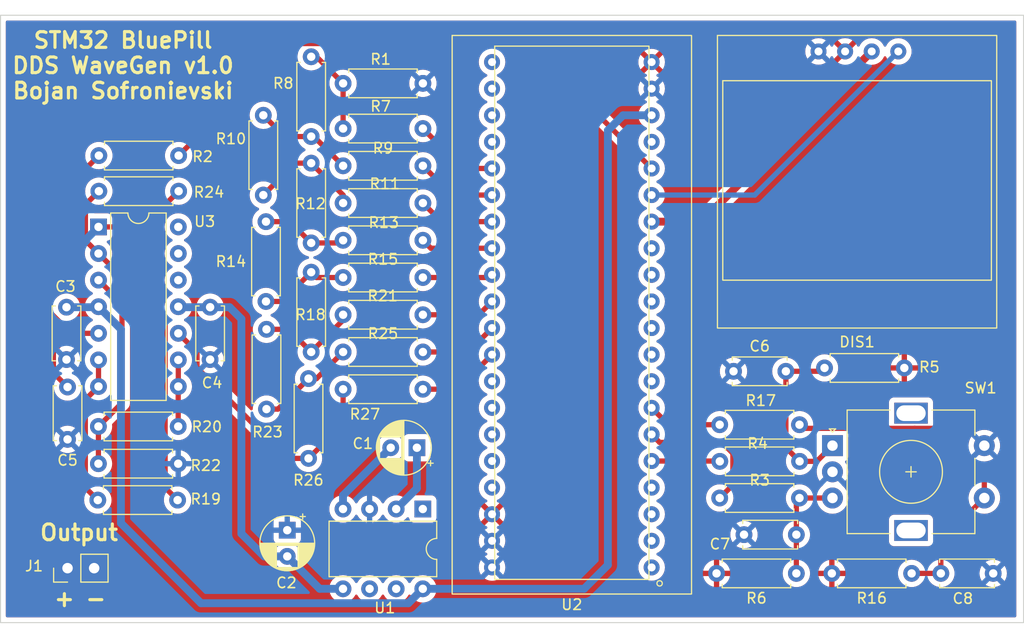
<source format=kicad_pcb>
(kicad_pcb (version 20211014) (generator pcbnew)
  (layers (0 "F.Cu" signal) (31 "B.Cu" signal) (34 "B.Paste" user) (35 "F.Paste" user) (36 "B.SilkS" user "B.Silkscreen") (37 "F.SilkS" user "F.Silkscreen") (38 "B.Mask" user) (39 "F.Mask" user) (44 "Edge.Cuts" user))
  (net 0 "")
  (net 1 "Net-(C1-Pad1)")
  (net 2 "Net-(C1-Pad2)")
  (net 3 "GND")
  (net 4 "-5V")
  (net 5 "+5V")
  (net 6 "Net-(C5-Pad2)")
  (net 7 "Net-(C6-Pad1)")
  (net 8 "Net-(C7-Pad1)")
  (net 9 "Net-(C8-Pad1)")
  (net 10 "+3V3")
  (net 11 "SCL")
  (net 12 "SDA")
  (net 13 "Net-(R1-Pad2)")
  (net 14 "PWM_OFFSET")
  (net 15 "ENC_DATA")
  (net 16 "ENC_CLK")
  (net 17 "B0")
  (net 18 "Net-(R10-Pad2)")
  (net 19 "B1")
  (net 20 "Net-(R10-Pad1)")
  (net 21 "B2")
  (net 22 "Net-(R12-Pad1)")
  (net 23 "B3")
  (net 24 "Net-(R14-Pad1)")
  (net 25 "B4")
  (net 26 "ENC_BTN")
  (net 27 "Net-(R18-Pad1)")
  (net 28 "Net-(R19-Pad1)")
  (net 29 "Net-(R19-Pad2)")
  (net 30 "Net-(R20-Pad1)")
  (net 31 "Net-(R20-Pad2)")
  (net 32 "B5")
  (net 33 "Net-(R23-Pad1)")
  (net 34 "DAC_Out")
  (net 35 "B6")
  (net 36 "Ladder_Out")
  (net 37 "B7")
  (footprint "Resistor_THT:R_Axial_DIN0207_L6.3mm_D2.5mm_P7.62mm_Horizontal" (layer "F.Cu") (at 148.336 79.502 180)
    (fp_text reference "R1" (at 4.036 2.302) (layer "F.SilkS"))
    (fp_text value "20k")
    (pad "1" thru_hole circle (at 0 0 180) (size 1.6 1.6) (drill 0.8) (layers *.Cu *.Mask) (net 3 "GND"))
    (pad "2" thru_hole oval (at 7.62 0 180) (size 1.6 1.6) (drill 0.8) (layers *.Cu *.Mask) (net 13 "Net-(R1-Pad2)"))
  )
  (footprint "Resistor_THT:R_Axial_DIN0207_L6.3mm_D2.5mm_P7.62mm_Horizontal" (layer "F.Cu") (at 133.096 90.17 90)
    (fp_text reference "R10" (at 5.37 -3.096 180) (layer "F.SilkS"))
    (fp_text value "10k")
    (pad "1" thru_hole circle (at 0 0 90) (size 1.6 1.6) (drill 0.8) (layers *.Cu *.Mask) (net 20 "Net-(R10-Pad1)"))
    (pad "2" thru_hole oval (at 7.62 0 90) (size 1.6 1.6) (drill 0.8) (layers *.Cu *.Mask) (net 18 "Net-(R10-Pad2)"))
  )
  (footprint "Resistor_THT:R_Axial_DIN0207_L6.3mm_D2.5mm_P7.62mm_Horizontal" (layer "F.Cu") (at 137.668 94.742 90)
    (fp_text reference "R12" (at 3.742 -0.068 180) (layer "F.SilkS"))
    (fp_text value "10k")
    (pad "1" thru_hole circle (at 0 0 90) (size 1.6 1.6) (drill 0.8) (layers *.Cu *.Mask) (net 22 "Net-(R12-Pad1)"))
    (pad "2" thru_hole oval (at 7.62 0 90) (size 1.6 1.6) (drill 0.8) (layers *.Cu *.Mask) (net 20 "Net-(R10-Pad1)"))
  )
  (footprint "Capacitor_THT:C_Disc_D5.0mm_W2.5mm_P5.00mm" (layer "F.Cu") (at 184 122.6 180)
    (fp_text reference "C7" (at 7.3 -0.9) (layer "F.SilkS"))
    (fp_text value "100n")
    (pad "1" thru_hole circle (at 0 0 180) (size 1.6 1.6) (drill 0.8) (layers *.Cu *.Mask) (net 8 "Net-(C7-Pad1)"))
    (pad "2" thru_hole circle (at 5 0 180) (size 1.6 1.6) (drill 0.8) (layers *.Cu *.Mask) (net 3 "GND"))
  )
  (footprint "Resistor_THT:R_Axial_DIN0207_L6.3mm_D2.5mm_P7.62mm_Horizontal" (layer "F.Cu") (at 140.716 105.156)
    (fp_text reference "R25" (at 3.81 -1.756) (layer "F.SilkS"))
    (fp_text value "20k")
    (pad "1" thru_hole circle (at 0 0) (size 1.6 1.6) (drill 0.8) (layers *.Cu *.Mask) (net 33 "Net-(R23-Pad1)"))
    (pad "2" thru_hole oval (at 7.62 0) (size 1.6 1.6) (drill 0.8) (layers *.Cu *.Mask) (net 35 "B6"))
  )
  (footprint "Capacitor_THT:C_Disc_D5.0mm_W2.5mm_P5.00mm" (layer "F.Cu") (at 114.4 113.5 90)
    (fp_text reference "C5" (at -2 0 180) (layer "F.SilkS"))
    (fp_text value "100n")
    (pad "1" thru_hole circle (at 0 0 90) (size 1.6 1.6) (drill 0.8) (layers *.Cu *.Mask) (net 3 "GND"))
    (pad "2" thru_hole circle (at 5 0 90) (size 1.6 1.6) (drill 0.8) (layers *.Cu *.Mask) (net 6 "Net-(C5-Pad2)"))
  )
  (footprint "Resistor_THT:R_Axial_DIN0207_L6.3mm_D2.5mm_P7.62mm_Horizontal" (layer "F.Cu") (at 124.91 119.3 180)
    (fp_text reference "R19" (at -2.69 0.1) (layer "F.SilkS"))
    (fp_text value "10k")
    (pad "1" thru_hole circle (at 0 0 180) (size 1.6 1.6) (drill 0.8) (layers *.Cu *.Mask) (net 28 "Net-(R19-Pad1)"))
    (pad "2" thru_hole oval (at 7.62 0 180) (size 1.6 1.6) (drill 0.8) (layers *.Cu *.Mask) (net 29 "Net-(R19-Pad2)"))
  )
  (footprint "oled-displays:OLED-SSD1306-128x64" (layer "F.Cu") (at 189.8 88.9)
    (fp_text reference "DIS1" (at 0 15.3 unlocked) (layer "F.SilkS"))
    (fp_text value "OLED_SSD1306_128x64")
    (pad "1" thru_hole circle (at -3.683 -12.446) (size 1.524 1.524) (drill 0.762) (layers *.Cu *.Mask) (net 3 "GND"))
    (pad "2" thru_hole circle (at -1.143 -12.446) (size 1.524 1.524) (drill 0.762) (layers *.Cu *.Mask) (net 10 "+3V3"))
    (pad "3" thru_hole circle (at 1.397 -12.446) (size 1.524 1.524) (drill 0.762) (layers *.Cu *.Mask) (net 11 "SCL"))
    (pad "4" thru_hole circle (at 3.937 -12.446) (size 1.524 1.524) (drill 0.762) (layers *.Cu *.Mask) (net 12 "SDA"))
  )
  (footprint "Resistor_THT:R_Axial_DIN0207_L6.3mm_D2.5mm_P7.62mm_Horizontal" (layer "F.Cu") (at 148.336 94.488 180)
    (fp_text reference "R13" (at 3.736 1.688) (layer "F.SilkS"))
    (fp_text value "20k")
    (pad "1" thru_hole circle (at 0 0 180) (size 1.6 1.6) (drill 0.8) (layers *.Cu *.Mask) (net 23 "B3"))
    (pad "2" thru_hole oval (at 7.62 0 180) (size 1.6 1.6) (drill 0.8) (layers *.Cu *.Mask) (net 22 "Net-(R12-Pad1)"))
  )
  (footprint "Capacitor_THT:C_Disc_D5.0mm_W2.5mm_P5.00mm" (layer "F.Cu") (at 197.8 126.3)
    (fp_text reference "C8" (at 2.1 2.4) (layer "F.SilkS"))
    (fp_text value "100n")
    (pad "1" thru_hole circle (at 0 0) (size 1.6 1.6) (drill 0.8) (layers *.Cu *.Mask) (net 9 "Net-(C8-Pad1)"))
    (pad "2" thru_hole circle (at 5 0) (size 1.6 1.6) (drill 0.8) (layers *.Cu *.Mask) (net 3 "GND"))
  )
  (footprint "Resistor_THT:R_Axial_DIN0207_L6.3mm_D2.5mm_P7.62mm_Horizontal" (layer "F.Cu") (at 133.4 110.61 90)
    (fp_text reference "R23" (at -2.19 0.1 180) (layer "F.SilkS"))
    (fp_text value "10k")
    (pad "1" thru_hole circle (at 0 0 90) (size 1.6 1.6) (drill 0.8) (layers *.Cu *.Mask) (net 33 "Net-(R23-Pad1)"))
    (pad "2" thru_hole oval (at 7.62 0 90) (size 1.6 1.6) (drill 0.8) (layers *.Cu *.Mask) (net 27 "Net-(R18-Pad1)"))
  )
  (footprint "Capacitor_THT:C_Disc_D5.0mm_W2.5mm_P5.00mm" (layer "F.Cu") (at 183 107 180)
    (fp_text reference "C6" (at 2.5 2.4) (layer "F.SilkS"))
    (fp_text value "100n")
    (pad "1" thru_hole circle (at 0 0 180) (size 1.6 1.6) (drill 0.8) (layers *.Cu *.Mask) (net 7 "Net-(C6-Pad1)"))
    (pad "2" thru_hole circle (at 5 0 180) (size 1.6 1.6) (drill 0.8) (layers *.Cu *.Mask) (net 3 "GND"))
  )
  (footprint "Resistor_THT:R_Axial_DIN0207_L6.3mm_D2.5mm_P7.62mm_Horizontal" (layer "F.Cu") (at 125.01 86.4 180)
    (fp_text reference "R2" (at -2.29 -0.1) (layer "F.SilkS"))
    (fp_text value "10k")
    (pad "1" thru_hole circle (at 0 0 180) (size 1.6 1.6) (drill 0.8) (layers *.Cu *.Mask) (net 14 "PWM_OFFSET"))
    (pad "2" thru_hole oval (at 7.62 0 180) (size 1.6 1.6) (drill 0.8) (layers *.Cu *.Mask) (net 6 "Net-(C5-Pad2)"))
  )
  (footprint "Resistor_THT:R_Axial_DIN0207_L6.3mm_D2.5mm_P7.62mm_Horizontal" (layer "F.Cu") (at 176.68 112.1)
    (fp_text reference "R17" (at 3.92 -2.3) (layer "F.SilkS"))
    (fp_text value "10k")
    (pad "1" thru_hole circle (at 0 0) (size 1.6 1.6) (drill 0.8) (layers *.Cu *.Mask) (net 26 "ENC_BTN"))
    (pad "2" thru_hole oval (at 7.62 0) (size 1.6 1.6) (drill 0.8) (layers *.Cu *.Mask) (net 9 "Net-(C8-Pad1)"))
  )
  (footprint "Capacitor_THT:C_Disc_D5.0mm_W2.5mm_P5.00mm" (layer "F.Cu") (at 128.016 100.878 -90)
    (fp_text reference "C4" (at 7.222 -0.184 180) (layer "F.SilkS"))
    (fp_text value "100n")
    (pad "1" thru_hole circle (at 0 0 270) (size 1.6 1.6) (drill 0.8) (layers *.Cu *.Mask) (net 4 "-5V"))
    (pad "2" thru_hole circle (at 5 0 270) (size 1.6 1.6) (drill 0.8) (layers *.Cu *.Mask) (net 3 "GND"))
  )
  (footprint "Package_DIP:DIP-8_W7.62mm" (layer "F.Cu") (at 148.326 120.152 -90)
    (fp_text reference "U1" (at 9.448 3.626 180) (layer "F.SilkS"))
    (fp_text value "ICL7660")
    (pad "1" thru_hole rect (at 0 0 270) (size 1.6 1.6) (drill 0.8) (layers *.Cu *.Mask))
    (pad "2" thru_hole oval (at 0 2.54 270) (size 1.6 1.6) (drill 0.8) (layers *.Cu *.Mask) (net 1 "Net-(C1-Pad1)"))
    (pad "3" thru_hole oval (at 0 5.08 270) (size 1.6 1.6) (drill 0.8) (layers *.Cu *.Mask) (net 3 "GND"))
    (pad "4" thru_hole oval (at 0 7.62 270) (size 1.6 1.6) (drill 0.8) (layers *.Cu *.Mask) (net 2 "Net-(C1-Pad2)"))
    (pad "5" thru_hole oval (at 7.62 7.62 270) (size 1.6 1.6) (drill 0.8) (layers *.Cu *.Mask) (net 4 "-5V"))
    (pad "6" thru_hole oval (at 7.62 5.08 270) (size 1.6 1.6) (drill 0.8) (layers *.Cu *.Mask))
    (pad "7" thru_hole oval (at 7.62 2.54 270) (size 1.6 1.6) (drill 0.8) (layers *.Cu *.Mask))
    (pad "8" thru_hole oval (at 7.62 0 270) (size 1.6 1.6) (drill 0.8) (layers *.Cu *.Mask) (net 5 "+5V"))
  )
  (footprint "Resistor_THT:R_Axial_DIN0207_L6.3mm_D2.5mm_P7.62mm_Horizontal" (layer "F.Cu") (at 195.01 126.3 180)
    (fp_text reference "R16" (at 3.81 -2.37) (layer "F.SilkS"))
    (fp_text value "10k")
    (pad "1" thru_hole circle (at 0 0 180) (size 1.6 1.6) (drill 0.8) (layers *.Cu *.Mask) (net 9 "Net-(C8-Pad1)"))
    (pad "2" thru_hole oval (at 7.62 0 180) (size 1.6 1.6) (drill 0.8) (layers *.Cu *.Mask) (net 10 "+3V3"))
  )
  (footprint "bluepill-fgen:STM32-BluePill" (layer "F.Cu") (at 162.56 101.6)
    (fp_text reference "U2" (at 0 27.686 unlocked) (layer "F.SilkS"))
    (fp_text value "STM32-BluePill")
    (pad "1" thru_hole circle (at 7.62 24.13) (size 1.524 1.524) (drill 0.762) (layers *.Cu *.Mask))
    (pad "2" thru_hole circle (at 7.62 21.59) (size 1.524 1.524) (drill 0.762) (layers *.Cu *.Mask))
    (pad "3" thru_hole circle (at 7.62 19.05) (size 1.524 1.524) (drill 0.762) (layers *.Cu *.Mask))
    (pad "4" thru_hole circle (at 7.62 16.51) (size 1.524 1.524) (drill 0.762) (layers *.Cu *.Mask))
    (pad "5" thru_hole circle (at 7.62 13.97) (size 1.524 1.524) (drill 0.762) (layers *.Cu *.Mask) (net 15 "ENC_DATA"))
    (pad "6" thru_hole circle (at 7.62 11.43) (size 1.524 1.524) (drill 0.762) (layers *.Cu *.Mask) (net 16 "ENC_CLK"))
    (pad "7" thru_hole circle (at 7.62 8.89) (size 1.524 1.524) (drill 0.762) (layers *.Cu *.Mask) (net 26 "ENC_BTN"))
    (pad "8" thru_hole circle (at 7.62 6.35) (size 1.524 1.524) (drill 0.762) (layers *.Cu *.Mask))
    (pad "9" thru_hole circle (at 7.62 3.81) (size 1.524 1.524) (drill 0.762) (layers *.Cu *.Mask))
    (pad "10" thru_hole circle (at 7.62 1.27) (size 1.524 1.524) (drill 0.762) (layers *.Cu *.Mask))
    (pad "11" thru_hole circle (at 7.62 -1.27) (size 1.524 1.524) (drill 0.762) (layers *.Cu *.Mask))
    (pad "12" thru_hole circle (at 7.62 -3.81) (size 1.524 1.524) (drill 0.762) (layers *.Cu *.Mask))
    (pad "13" thru_hole circle (at 7.62 -6.35) (size 1.524 1.524) (drill 0.762) (layers *.Cu *.Mask))
    (pad "14" thru_hole circle (at 7.62 -8.89) (size 1.524 1.524) (drill 0.762) (layers *.Cu *.Mask) (net 11 "SCL"))
    (pad "15" thru_hole circle (at 7.62 -11.43) (size 1.524 1.524) (drill 0.762) (layers *.Cu *.Mask) (net 12 "SDA"))
    (pad "16" thru_hole circle (at 7.62 -13.97) (size 1.524 1.524) (drill 0.762) (layers *.Cu *.Mask) (net 14 "PWM_OFFSET"))
    (pad "17" thru_hole circle (at 7.62 -16.51) (size 1.524 1.524) (drill 0.762) (layers *.Cu *.Mask))
    (pad "18" thru_hole circle (at 7.62 -19.05) (size 1.524 1.524) (drill 0.762) (layers *.Cu *.Mask) (net 5 "+5V"))
    (pad "19" thru_hole circle (at 7.62 -21.59) (size 1.524 1.524) (drill 0.762) (layers *.Cu *.Mask) (net 3 "GND"))
    (pad "20" thru_hole circle (at 7.62 -24.13) (size 1.524 1.524) (drill 0.762) (layers *.Cu *.Mask) (net 10 "+3V3"))
    (pad "21" thru_hole circle (at -7.62 -24.13) (size 1.524 1.524) (drill 0.762) (layers *.Cu *.Mask))
    (pad "22" thru_hole circle (at -7.62 -21.59) (size 1.524 1.524) (drill 0.762) (layers *.Cu *.Mask))
    (pad "23" thru_hole circle (at -7.62 -19.05) (size 1.524 1.524) (drill 0.762) (layers *.Cu *.Mask))
    (pad "24" thru_hole circle (at -7.62 -16.51) (size 1.524 1.524) (drill 0.762) (layers *.Cu *.Mask))
    (pad "25" thru_hole circle (at -7.62 -13.97) (size 1.524 1.524) (drill 0.762) (layers *.Cu *.Mask) (net 17 "B0"))
    (pad "26" thru_hole circle (at -7.62 -11.43) (size 1.524 1.524) (drill 0.762) (layers *.Cu *.Mask) (net 19 "B1"))
    (pad "27" thru_hole circle (at -7.62 -8.89) (size 1.524 1.524) (drill 0.762) (layers *.Cu *.Mask) (net 21 "B2"))
    (pad "28" thru_hole circle (at -7.62 -6.35) (size 1.524 1.524) (drill 0.762) (layers *.Cu *.Mask) (net 23 "B3"))
    (pad "29" thru_hole circle (at -7.62 -3.81) (size 1.524 1.524) (drill 0.762) (layers *.Cu *.Mask) (net 25 "B4"))
    (pad "30" thru_hole circle (at -7.62 -1.27) (size 1.524 1.524) (drill 0.762) (layers *.Cu *.Mask) (net 32 "B5"))
    (pad "31" thru_hole circle (at -7.62 1.27) (size 1.524 1.524) (drill 0.762) (layers *.Cu *.Mask) (net 35 "B6"))
    (pad "32" thru_hole circle (at -7.62 3.81) (size 1.524 1.524) (drill 0.762) (layers *.Cu *.Mask) (net 37 "B7"))
    (pad "33" thru_hole circle (at -7.62 6.35) (size 1.524 1.524) (drill 0.762) (layers *.Cu *.Mask))
    (pad "34" thru_hole circle (at -7.62 8.89) (size 1.524 1.524) (drill 0.762) (layers *.Cu *.Mask))
    (pad "35" thru_hole circle (at -7.62 11.43) (size 1.524 1.524) (drill 0.762) (layers *.Cu *.Mask))
    (pad "36" thru_hole circle (at -7.62 13.97) (size 1.524 1.524) (drill 0.762) (layers *.Cu *.Mask))
    (pad "37" thru_hole circle (at -7.62 16.51) (size 1.524 1.524) (drill 0.762) (layers *.Cu *.Mask))
    (pad "38" thru_hole circle (at -7.62 19.05) (size 1.524 1.524) (drill 0.762) (layers *.Cu *.Mask) (net 10 "+3V3"))
    (pad "39" thru_hole circle (at -7.62 21.59) (size 1.524 1.524) (drill 0.762) (layers *.Cu *.Mask) (net 3 "GND"))
    (pad "40" thru_hole circle (at -7.62 24.13) (size 1.524 1.524) (drill 0.762) (layers *.Cu *.Mask) (net 3 "GND"))
  )
  (footprint "Resistor_THT:R_Axial_DIN0207_L6.3mm_D2.5mm_P7.62mm_Horizontal" (layer "F.Cu") (at 184 126.3 180)
    (fp_text reference "R6" (at 3.81 -2.37) (layer "F.SilkS"))
    (fp_text value "10k")
    (pad "1" thru_hole circle (at 0 0 180) (size 1.6 1.6) (drill 0.8) (layers *.Cu *.Mask) (net 8 "Net-(C7-Pad1)"))
    (pad "2" thru_hole oval (at 7.62 0 180) (size 1.6 1.6) (drill 0.8) (layers *.Cu *.Mask) (net 10 "+3V3"))
  )
  (footprint "Capacitor_THT:CP_Radial_D5.0mm_P2.50mm" (layer "F.Cu") (at 135.382 122.174 -90)
    (fp_text reference "C2" (at 5.026 0.082 180) (layer "F.SilkS"))
    (fp_text value "10u")
    (pad "1" thru_hole rect (at 0 0 270) (size 1.6 1.6) (drill 0.8) (layers *.Cu *.Mask) (net 3 "GND"))
    (pad "2" thru_hole circle (at 2.5 0 270) (size 1.6 1.6) (drill 0.8) (layers *.Cu *.Mask) (net 4 "-5V"))
  )
  (footprint "Resistor_THT:R_Axial_DIN0207_L6.3mm_D2.5mm_P7.62mm_Horizontal" (layer "F.Cu") (at 186.69 106.68)
    (fp_text reference "R5" (at 10.01 -0.08) (layer "F.SilkS"))
    (fp_text value "10k")
    (pad "1" thru_hole circle (at 0 0) (size 1.6 1.6) (drill 0.8) (layers *.Cu *.Mask) (net 7 "Net-(C6-Pad1)"))
    (pad "2" thru_hole oval (at 7.62 0) (size 1.6 1.6) (drill 0.8) (layers *.Cu *.Mask) (net 10 "+3V3"))
  )
  (footprint "Resistor_THT:R_Axial_DIN0207_L6.3mm_D2.5mm_P7.62mm_Horizontal" (layer "F.Cu") (at 176.68 119.1)
    (fp_text reference "R4" (at 3.62 -5.2) (layer "F.SilkS"))
    (fp_text value "10k")
    (pad "1" thru_hole circle (at 0 0) (size 1.6 1.6) (drill 0.8) (layers *.Cu *.Mask) (net 16 "ENC_CLK"))
    (pad "2" thru_hole oval (at 7.62 0) (size 1.6 1.6) (drill 0.8) (layers *.Cu *.Mask) (net 8 "Net-(C7-Pad1)"))
  )
  (footprint "Resistor_THT:R_Axial_DIN0207_L6.3mm_D2.5mm_P7.62mm_Horizontal" (layer "F.Cu") (at 140.716 83.82)
    (fp_text reference "R7" (at 3.584 -2.12) (layer "F.SilkS"))
    (fp_text value "20k")
    (pad "1" thru_hole circle (at 0 0) (size 1.6 1.6) (drill 0.8) (layers *.Cu *.Mask) (net 13 "Net-(R1-Pad2)"))
    (pad "2" thru_hole oval (at 7.62 0) (size 1.6 1.6) (drill 0.8) (layers *.Cu *.Mask) (net 17 "B0"))
  )
  (footprint "Resistor_THT:R_Axial_DIN0207_L6.3mm_D2.5mm_P7.62mm_Horizontal" (layer "F.Cu") (at 137.668 84.582 90)
    (fp_text reference "R8" (at 5.082 -2.668 180) (layer "F.SilkS"))
    (fp_text value "10k")
    (pad "1" thru_hole circle (at 0 0 90) (size 1.6 1.6) (drill 0.8) (layers *.Cu *.Mask) (net 18 "Net-(R10-Pad2)"))
    (pad "2" thru_hole oval (at 7.62 0 90) (size 1.6 1.6) (drill 0.8) (layers *.Cu *.Mask) (net 13 "Net-(R1-Pad2)"))
  )
  (footprint "Resistor_THT:R_Axial_DIN0207_L6.3mm_D2.5mm_P7.62mm_Horizontal" (layer "F.Cu") (at 137.414 115.316 90)
    (fp_text reference "R26" (at -2.084 -0.014 180) (layer "F.SilkS"))
    (fp_text value "10k")
    (pad "1" thru_hole circle (at 0 0 90) (size 1.6 1.6) (drill 0.8) (layers *.Cu *.Mask) (net 36 "Ladder_Out"))
    (pad "2" thru_hole oval (at 7.62 0 90) (size 1.6 1.6) (drill 0.8) (layers *.Cu *.Mask) (net 33 "Net-(R23-Pad1)"))
  )
  (footprint "Resistor_THT:R_Axial_DIN0207_L6.3mm_D2.5mm_P7.62mm_Horizontal" (layer "F.Cu") (at 117.348 112.268)
    (fp_text reference "R20" (at 10.352 0.032) (layer "F.SilkS"))
    (fp_text value "10k")
    (pad "1" thru_hole circle (at 0 0) (size 1.6 1.6) (drill 0.8) (layers *.Cu *.Mask) (net 30 "Net-(R20-Pad1)"))
    (pad "2" thru_hole oval (at 7.62 0) (size 1.6 1.6) (drill 0.8) (layers *.Cu *.Mask) (net 31 "Net-(R20-Pad2)"))
  )
  (footprint "Resistor_THT:R_Axial_DIN0207_L6.3mm_D2.5mm_P7.62mm_Horizontal" (layer "F.Cu") (at 140.716 90.932)
    (fp_text reference "R11" (at 3.984 -1.832) (layer "F.SilkS"))
    (fp_text value "20k")
    (pad "1" thru_hole circle (at 0 0) (size 1.6 1.6) (drill 0.8) (layers *.Cu *.Mask) (net 20 "Net-(R10-Pad1)"))
    (pad "2" thru_hole oval (at 7.62 0) (size 1.6 1.6) (drill 0.8) (layers *.Cu *.Mask) (net 21 "B2"))
  )
  (footprint "Resistor_THT:R_Axial_DIN0207_L6.3mm_D2.5mm_P7.62mm_Horizontal" (layer "F.Cu") (at 125.01 89.8 180)
    (fp_text reference "R24" (at -2.89 -0.1) (layer "F.SilkS"))
    (fp_text value "18k2")
    (pad "1" thru_hole circle (at 0 0 180) (size 1.6 1.6) (drill 0.8) (layers *.Cu *.Mask) (net 34 "DAC_Out"))
    (pad "2" thru_hole oval (at 7.62 0 180) (size 1.6 1.6) (drill 0.8) (layers *.Cu *.Mask) (net 28 "Net-(R19-Pad1)"))
  )
  (footprint "Rotary_Encoder:RotaryEncoder_Alps_EC11E-Switch_Vertical_H20mm" (layer "F.Cu") (at 187.45 114.1)
    (fp_text reference "SW1" (at 14.15 -5.5) (layer "F.SilkS"))
    (fp_text value "RotaryEncoder_Switch")
    (pad "A" thru_hole rect (at 0 0) (size 2 2) (drill 1) (layers *.Cu *.Mask) (net 7 "Net-(C6-Pad1)"))
    (pad "B" thru_hole circle (at 0 5) (size 2 2) (drill 1) (layers *.Cu *.Mask) (net 8 "Net-(C7-Pad1)"))
    (pad "C" thru_hole circle (at 0 2.5) (size 2 2) (drill 1) (layers *.Cu *.Mask) (net 3 "GND"))
    (pad "MP" thru_hole rect (at 7.5 8.1) (size 3.2 2) (drill oval 2.8 1.5) (layers *.Cu *.Mask))
    (pad "MP" thru_hole rect (at 7.5 -3.1) (size 3.2 2) (drill oval 2.8 1.5) (layers *.Cu *.Mask))
    (pad "S1" thru_hole circle (at 14.5 5) (size 2 2) (drill 1) (layers *.Cu *.Mask) (net 9 "Net-(C8-Pad1)"))
    (pad "S2" thru_hole circle (at 14.5 0) (size 2 2) (drill 1) (layers *.Cu *.Mask) (net 3 "GND"))
  )
  (footprint "Resistor_THT:R_Axial_DIN0207_L6.3mm_D2.5mm_P7.62mm_Horizontal" (layer "F.Cu") (at 148.336 101.6 180)
    (fp_text reference "R21" (at 3.836 1.8) (layer "F.SilkS"))
    (fp_text value "20k")
    (pad "1" thru_hole circle (at 0 0 180) (size 1.6 1.6) (drill 0.8) (layers *.Cu *.Mask) (net 32 "B5"))
    (pad "2" thru_hole oval (at 7.62 0 180) (size 1.6 1.6) (drill 0.8) (layers *.Cu *.Mask) (net 27 "Net-(R18-Pad1)"))
  )
  (footprint "Resistor_THT:R_Axial_DIN0207_L6.3mm_D2.5mm_P7.62mm_Horizontal" (layer "F.Cu") (at 117.348 115.824)
    (fp_text reference "R22" (at 10.252 0.176) (layer "F.SilkS"))
    (fp_text value "18k2")
    (pad "1" thru_hole circle (at 0 0) (size 1.6 1.6) (drill 0.8) (layers *.Cu *.Mask) (net 30 "Net-(R20-Pad1)"))
    (pad "2" thru_hole oval (at 7.62 0) (size 1.6 1.6) (drill 0.8) (layers *.Cu *.Mask) (net 3 "GND"))
  )
  (footprint "Resistor_THT:R_Axial_DIN0207_L6.3mm_D2.5mm_P7.62mm_Horizontal" (layer "F.Cu") (at 140.716 98.044)
    (fp_text reference "R15" (at 3.81 -1.744) (layer "F.SilkS"))
    (fp_text value "20k")
    (pad "1" thru_hole circle (at 0 0) (size 1.6 1.6) (drill 0.8) (layers *.Cu *.Mask) (net 24 "Net-(R14-Pad1)"))
    (pad "2" thru_hole oval (at 7.62 0) (size 1.6 1.6) (drill 0.8) (layers *.Cu *.Mask) (net 25 "B4"))
  )
  (footprint "Resistor_THT:R_Axial_DIN0207_L6.3mm_D2.5mm_P7.62mm_Horizontal" (layer "F.Cu") (at 148.336 87.376 180)
    (fp_text reference "R9" (at 3.81 1.676) (layer "F.SilkS"))
    (fp_text value "20k")
    (pad "1" thru_hole circle (at 0 0 180) (size 1.6 1.6) (drill 0.8) (layers *.Cu *.Mask) (net 19 "B1"))
    (pad "2" thru_hole oval (at 7.62 0 180) (size 1.6 1.6) (drill 0.8) (layers *.Cu *.Mask) (net 18 "Net-(R10-Pad2)"))
  )
  (footprint "Resistor_THT:R_Axial_DIN0207_L6.3mm_D2.5mm_P7.62mm_Horizontal" (layer "F.Cu") (at 140.716 108.712)
    (fp_text reference "R27" (at 2.084 2.388) (layer "F.SilkS"))
    (fp_text value "20k")
    (pad "1" thru_hole circle (at 0 0) (size 1.6 1.6) (drill 0.8) (layers *.Cu *.Mask) (net 36 "Ladder_Out"))
    (pad "2" thru_hole oval (at 7.62 0) (size 1.6 1.6) (drill 0.8) (layers *.Cu *.Mask) (net 37 "B7"))
  )
  (footprint "Resistor_THT:R_Axial_DIN0207_L6.3mm_D2.5mm_P7.62mm_Horizontal" (layer "F.Cu") (at 184.31 115.6 180)
    (fp_text reference "R3" (at 3.81 -1.8) (layer "F.SilkS"))
    (fp_text value "10k")
    (pad "1" thru_hole circle (at 0 0 180) (size 1.6 1.6) (drill 0.8) (layers *.Cu *.Mask) (net 7 "Net-(C6-Pad1)"))
    (pad "2" thru_hole oval (at 7.62 0 180) (size 1.6 1.6) (drill 0.8) (layers *.Cu *.Mask) (net 15 "ENC_DATA"))
  )
  (footprint "Package_DIP:DIP-14_W7.62mm" (layer "F.Cu") (at 117.358 93.213)
    (fp_text reference "U3" (at 10.142 -0.513) (layer "F.SilkS"))
    (fp_text value "TL084")
    (pad "1" thru_hole rect (at 0 0) (size 1.6 1.6) (drill 0.8) (layers *.Cu *.Mask) (net 34 "DAC_Out"))
    (pad "2" thru_hole oval (at 0 2.54) (size 1.6 1.6) (drill 0.8) (layers *.Cu *.Mask) (net 28 "Net-(R19-Pad1)"))
    (pad "3" thru_hole oval (at 0 5.08) (size 1.6 1.6) (drill 0.8) (layers *.Cu *.Mask) (net 30 "Net-(R20-Pad1)"))
    (pad "4" thru_hole oval (at 0 7.62) (size 1.6 1.6) (drill 0.8) (layers *.Cu *.Mask) (net 5 "+5V"))
    (pad "5" thru_hole oval (at 0 10.16) (size 1.6 1.6) (drill 0.8) (layers *.Cu *.Mask) (net 6 "Net-(C5-Pad2)"))
    (pad "6" thru_hole oval (at 0 12.7) (size 1.6 1.6) (drill 0.8) (layers *.Cu *.Mask) (net 29 "Net-(R19-Pad2)"))
    (pad "7" thru_hole oval (at 0 15.24) (size 1.6 1.6) (drill 0.8) (layers *.Cu *.Mask) (net 29 "Net-(R19-Pad2)"))
    (pad "8" thru_hole oval (at 7.62 15.24) (size 1.6 1.6) (drill 0.8) (layers *.Cu *.Mask) (net 31 "Net-(R20-Pad2)"))
    (pad "9" thru_hole oval (at 7.62 12.7) (size 1.6 1.6) (drill 0.8) (layers *.Cu *.Mask) (net 31 "Net-(R20-Pad2)"))
    (pad "10" thru_hole oval (at 7.62 10.16) (size 1.6 1.6) (drill 0.8) (layers *.Cu *.Mask) (net 36 "Ladder_Out"))
    (pad "11" thru_hole oval (at 7.62 7.62) (size 1.6 1.6) (drill 0.8) (layers *.Cu *.Mask) (net 4 "-5V"))
    (pad "12" thru_hole oval (at 7.62 5.08) (size 1.6 1.6) (drill 0.8) (layers *.Cu *.Mask))
    (pad "13" thru_hole oval (at 7.62 2.54) (size 1.6 1.6) (drill 0.8) (layers *.Cu *.Mask))
    (pad "14" thru_hole oval (at 7.62 0) (size 1.6 1.6) (drill 0.8) (layers *.Cu *.Mask))
  )
  (footprint "Connector_PinHeader_2.54mm:PinHeader_1x02_P2.54mm_Vertical" (layer "F.Cu") (at 114.4 125.8 90)
    (fp_text reference "J1" (at 0.2 -3.2 180) (layer "F.SilkS"))
    (fp_text value "Conn_01x02_Male")
    (pad "1" thru_hole rect (at 0 0 90) (size 1.7 1.7) (drill 1) (layers *.Cu *.Mask) (net 34 "DAC_Out"))
    (pad "2" thru_hole oval (at 0 2.54 90) (size 1.7 1.7) (drill 1) (layers *.Cu *.Mask) (net 3 "GND"))
  )
  (footprint "Capacitor_THT:C_Disc_D5.0mm_W2.5mm_P5.00mm" (layer "F.Cu") (at 114.3 100.878 -90)
    (fp_text reference "C3" (at -1.978 0.1 -180) (layer "F.SilkS"))
    (fp_text value "100n")
    (pad "1" thru_hole circle (at 0 0 270) (size 1.6 1.6) (drill 0.8) (layers *.Cu *.Mask) (net 5 "+5V"))
    (pad "2" thru_hole circle (at 5 0 270) (size 1.6 1.6) (drill 0.8) (layers *.Cu *.Mask) (net 3 "GND"))
  )
  (footprint "Resistor_THT:R_Axial_DIN0207_L6.3mm_D2.5mm_P7.62mm_Horizontal" (layer "F.Cu") (at 133.35 100.33 90)
    (fp_text reference "R14" (at 3.81 -3.35 180) (layer "F.SilkS"))
    (fp_text value "10k")
    (pad "1" thru_hole circle (at 0 0 90) (size 1.6 1.6) (drill 0.8) (layers *.Cu *.Mask) (net 24 "Net-(R14-Pad1)"))
    (pad "2" thru_hole oval (at 7.62 0 90) (size 1.6 1.6) (drill 0.8) (layers *.Cu *.Mask) (net 22 "Net-(R12-Pad1)"))
  )
  (footprint "Capacitor_THT:CP_Radial_D5.0mm_P2.50mm" (layer "F.Cu") (at 147.763113 114.3 180)
    (fp_text reference "C1" (at 5.163113 0.4) (layer "F.SilkS"))
    (fp_text value "10u")
    (pad "1" thru_hole rect (at 0 0 180) (size 1.6 1.6) (drill 0.8) (layers *.Cu *.Mask) (net 1 "Net-(C1-Pad1)"))
    (pad "2" thru_hole circle (at 2.5 0 180) (size 1.6 1.6) (drill 0.8) (layers *.Cu *.Mask) (net 2 "Net-(C1-Pad2)"))
  )
  (footprint "Resistor_THT:R_Axial_DIN0207_L6.3mm_D2.5mm_P7.62mm_Horizontal" (layer "F.Cu") (at 137.668 105.156 90)
    (fp_text reference "R18" (at 3.556 -0.068 180) (layer "F.SilkS"))
    (fp_text value "10k")
    (pad "1" thru_hole circle (at 0 0 90) (size 1.6 1.6) (drill 0.8) (layers *.Cu *.Mask) (net 27 "Net-(R18-Pad1)"))
    (pad "2" thru_hole oval (at 7.62 0 90) (size 1.6 1.6) (drill 0.8) (layers *.Cu *.Mask) (net 24 "Net-(R14-Pad1)"))
  )
  (gr_rect (start 205.7 73) (end 108 131) (layer "Edge.Cuts") (width 0.1) (fill none))
  (gr_text "STM32 BluePill\nDDS WaveGen v1.0\nBojan Sofronievski" (at 119.7 77.8) (layer "F.SilkS") (effects (font (size 1.5 1.5) (thickness 0.3))))
  (gr_text "Output" (at 115.5 122.4) (layer "F.SilkS") (effects (font (size 1.5 1.5) (thickness 0.3))))
  (gr_text "+ -" (at 115.6 128.7) (layer "F.SilkS") (effects (font (size 1.5 1.5) (thickness 0.3))))
  (segment (start 147.763113 114.3) (end 147.763113 118.174887) (width 0.75) (layer "B.Cu") (net 1))
  (segment (start 147.763113 118.174887) (end 145.786 120.152) (width 0.75) (layer "B.Cu") (net 1))
  (segment (start 140.706 118.857113) (end 145.263113 114.3) (width 0.75) (layer "B.Cu") (net 2))
  (segment (start 140.706 120.152) (end 140.706 118.857113) (width 0.75) (layer "B.Cu") (net 2))
  (segment (start 129.878 100.878) (end 131 102) (width 0.75) (layer "B.Cu") (net 4))
  (segment (start 131 102) (end 131 122.5) (width 0.75) (layer "B.Cu") (net 4))
  (segment (start 138.48 127.772) (end 135.382 124.674) (width 0.75) (layer "B.Cu") (net 4))
  (segment (start 125.023 100.878) (end 124.978 100.833) (width 0.75) (layer "B.Cu") (net 4))
  (segment (start 128.016 100.878) (end 125.023 100.878) (width 0.75) (layer "B.Cu") (net 4))
  (segment (start 131 122.5) (end 133.174 124.674) (width 0.75) (layer "B.Cu") (net 4))
  (segment (start 128.016 100.878) (end 129.878 100.878) (width 0.75) (layer "B.Cu") (net 4))
  (segment (start 140.706 127.772) (end 138.48 127.772) (width 0.75) (layer "B.Cu") (net 4))
  (segment (start 133.174 124.674) (end 135.382 124.674) (width 0.75) (layer "B.Cu") (net 4))
  (segment (start 163.728 127.772) (end 148.326 127.772) (width 0.75) (layer "B.Cu") (net 5))
  (segment (start 119.5 121.5) (end 119.5 102.975) (width 0.75) (layer "B.Cu") (net 5))
  (segment (start 117.313 100.878) (end 117.358 100.833) (width 0.75) (layer "B.Cu") (net 5))
  (segment (start 127.146511 129.146511) (end 119.5 121.5) (width 0.75) (layer "B.Cu") (net 5))
  (segment (start 146.951489 129.146511) (end 127.146511 129.146511) (width 0.75) (layer "B.Cu") (net 5))
  (segment (start 119.5 102.975) (end 117.358 100.833) (width 0.75) (layer "B.Cu") (net 5))
  (segment (start 166 125.5) (end 163.728 127.772) (width 0.75) (layer "B.Cu") (net 5))
  (segment (start 148.326 127.772) (end 146.951489 129.146511) (width 0.75) (layer "B.Cu") (net 5))
  (segment (start 170.18 82.55) (end 167.45 82.55) (width 0.75) (layer "B.Cu") (net 5))
  (segment (start 166 84) (end 166 125.5) (width 0.75) (layer "B.Cu") (net 5))
  (segment (start 114.3 100.878) (end 117.313 100.878) (width 0.75) (layer "B.Cu") (net 5))
  (segment (start 167.45 82.55) (end 166 84) (width 0.75) (layer "B.Cu") (net 5))
  (segment (start 114.727 103.373) (end 117.358 103.373) (width 0.5) (layer "F.Cu") (net 6))
  (segment (start 112.3 91.49) (end 117.39 86.4) (width 0.5) (layer "F.Cu") (net 6))
  (segment (start 114.4 108.5) (end 113.050489 107.150489) (width 0.5) (layer "F.Cu") (net 6))
  (segment (start 112.3 100.946) (end 112.3 91.49) (width 0.5) (layer "F.Cu") (net 6))
  (segment (start 113.050489 107.150489) (end 113.050489 105.049511) (width 0.5) (layer "F.Cu") (net 6))
  (segment (start 114.727 103.373) (end 112.3 100.946) (width 0.5) (layer "F.Cu") (net 6))
  (segment (start 113.050489 105.049511) (end 114.727 103.373) (width 0.5) (layer "F.Cu") (net 6))
  (segment (start 183 107) (end 183 114.29) (width 0.5) (layer "F.Cu") (net 7))
  (segment (start 183 114.29) (end 184.31 115.6) (width 0.5) (layer "F.Cu") (net 7))
  (segment (start 186.37 107) (end 186.69 106.68) (width 0.5) (layer "F.Cu") (net 7))
  (segment (start 185.95 115.6) (end 187.45 114.1) (width 0.5) (layer "F.Cu") (net 7))
  (segment (start 183 107) (end 186.37 107) (width 0.5) (layer "F.Cu") (net 7))
  (segment (start 184.31 115.6) (end 185.95 115.6) (width 0.5) (layer "F.Cu") (net 7))
  (segment (start 184.3 119.1) (end 187.45 119.1) (width 0.5) (layer "F.Cu") (net 8))
  (segment (start 184 119.4) (end 184.3 119.1) (width 0.5) (layer "F.Cu") (net 8))
  (segment (start 184 122.6) (end 184 126.3) (width 0.5) (layer "F.Cu") (net 8))
  (segment (start 184 122.6) (end 184 119.4) (width 0.5) (layer "F.Cu") (net 8))
  (segment (start 201.95 117.149022) (end 197.250489 112.449511) (width 0.5) (layer "F.Cu") (net 9))
  (segment (start 197.8 123.25) (end 197.8 126.3) (width 0.5) (layer "F.Cu") (net 9))
  (segment (start 197.8 126.3) (end 195.01 126.3) (width 0.5) (layer "F.Cu") (net 9))
  (segment (start 184.649511 112.449511) (end 195.299511 112.449511) (width 0.5) (layer "F.Cu") (net 9))
  (segment (start 184.3 112.1) (end 184.649511 112.449511) (width 0.5) (layer "F.Cu") (net 9))
  (segment (start 195.299511 112.449511) (end 197.250489 112.449511) (width 0.5) (layer "F.Cu") (net 9))
  (segment (start 201.95 119.1) (end 197.8 123.25) (width 0.5) (layer "F.Cu") (net 9))
  (segment (start 201.95 119.1) (end 201.95 117.149022) (width 0.5) (layer "F.Cu") (net 9))
  (segment (start 191.197 76.454) (end 174.941 92.71) (width 0.75) (layer "F.Cu") (net 11))
  (segment (start 174.941 92.71) (end 170.18 92.71) (width 0.75) (layer "F.Cu") (net 11))
  (segment (start 180.021 90.17) (end 170.18 90.17) (width 0.5) (layer "B.Cu") (net 12))
  (segment (start 193.737 76.454) (end 180.021 90.17) (width 0.5) (layer "B.Cu") (net 12))
  (segment (start 138.176 76.962) (end 140.716 79.502) (width 0.5) (layer "F.Cu") (net 13))
  (segment (start 140.716 83.82) (end 140.716 79.502) (width 0.5) (layer "F.Cu") (net 13))
  (segment (start 137.668 76.962) (end 138.176 76.962) (width 0.5) (layer "F.Cu") (net 13))
  (segment (start 135.71 75.7) (end 158.25 75.7) (width 0.5) (layer "F.Cu") (net 14))
  (segment (start 158.25 75.7) (end 170.18 87.63) (width 0.5) (layer "F.Cu") (net 14))
  (segment (start 125.01 86.4) (end 135.71 75.7) (width 0.5) (layer "F.Cu") (net 14))
  (segment (start 170.18 115.57) (end 176.66 115.57) (width 0.5) (layer "F.Cu") (net 15))
  (segment (start 176.66 115.57) (end 176.69 115.6) (width 0.5) (layer "F.Cu") (net 15))
  (segment (start 170.18 113.03) (end 170.941999 113.791999) (width 0.5) (layer "F.Cu") (net 16))
  (segment (start 177.939511 114.839511) (end 177.939511 117.840489) (width 0.5) (layer "F.Cu") (net 16))
  (segment (start 176.891999 113.791999) (end 177.939511 114.839511) (width 0.5) (layer "F.Cu") (net 16))
  (segment (start 170.941999 113.791999) (end 176.891999 113.791999) (width 0.5) (layer "F.Cu") (net 16))
  (segment (start 177.939511 117.840489) (end 176.68 119.1) (width 0.5) (layer "F.Cu") (net 16))
  (segment (start 152.146 87.63) (end 148.336 83.82) (width 0.5) (layer "F.Cu") (net 17))
  (segment (start 154.94 87.63) (end 152.146 87.63) (width 0.5) (layer "F.Cu") (net 17))
  (segment (start 135.128 84.582) (end 133.096 82.55) (width 0.5) (layer "F.Cu") (net 18))
  (segment (start 137.922 84.582) (end 140.716 87.376) (width 0.5) (layer "F.Cu") (net 18))
  (segment (start 137.668 84.582) (end 137.922 84.582) (width 0.5) (layer "F.Cu") (net 18))
  (segment (start 137.668 84.582) (end 135.128 84.582) (width 0.5) (layer "F.Cu") (net 18))
  (segment (start 148.336 87.376) (end 151.13 90.17) (width 0.5) (layer "F.Cu") (net 19))
  (segment (start 151.13 90.17) (end 154.94 90.17) (width 0.5) (layer "F.Cu") (net 19))
  (segment (start 136.144 87.122) (end 133.096 90.17) (width 0.5) (layer "F.Cu") (net 20))
  (segment (start 137.668 87.122) (end 140.716 90.17) (width 0.5) (layer "F.Cu") (net 20))
  (segment (start 140.716 90.17) (end 140.716 90.932) (width 0.5) (layer "F.Cu") (net 20))
  (segment (start 137.668 87.122) (end 136.144 87.122) (width 0.5) (layer "F.Cu") (net 20))
  (segment (start 154.94 92.71) (end 150.114 92.71) (width 0.5) (layer "F.Cu") (net 21))
  (segment (start 150.114 92.71) (end 148.336 90.932) (width 0.5) (layer "F.Cu") (net 21))
  (segment (start 137.668 94.742) (end 140.462 94.742) (width 0.5) (layer "F.Cu") (net 22))
  (segment (start 133.35 92.71) (end 135.636 92.71) (width 0.5) (layer "F.Cu") (net 22))
  (segment (start 140.462 94.742) (end 140.716 94.488) (width 0.5) (layer "F.Cu") (net 22))
  (segment (start 135.636 92.71) (end 137.668 94.742) (width 0.5) (layer "F.Cu") (net 22))
  (segment (start 154.94 95.25) (end 149.098 95.25) (width 0.5) (layer "F.Cu") (net 23))
  (segment (start 149.098 95.25) (end 148.336 94.488) (width 0.5) (layer "F.Cu") (net 23))
  (segment (start 133.35 100.33) (end 134.874 100.33) (width 0.5) (layer "F.Cu") (net 24))
  (segment (start 134.874 100.33) (end 137.668 97.536) (width 0.5) (layer "F.Cu") (net 24))
  (segment (start 138.176 98.044) (end 137.668 97.536) (width 0.5) (layer "F.Cu") (net 24))
  (segment (start 140.716 98.044) (end 138.176 98.044) (width 0.5) (layer "F.Cu") (net 24))
  (segment (start 148.336 98.044) (end 154.686 98.044) (width 0.5) (layer "F.Cu") (net 25))
  (segment (start 154.686 98.044) (end 154.94 97.79) (width 0.5) (layer "F.Cu") (net 25))
  (segment (start 176.68 112.1) (end 171.79 112.1) (width 0.5) (layer "F.Cu") (net 26))
  (segment (start 171.79 112.1) (end 170.18 110.49) (width 0.5) (layer "F.Cu") (net 26))
  (segment (start 140.716 101.6) (end 140.716 102.108) (width 0.5) (layer "F.Cu") (net 27))
  (segment (start 135.502 102.99) (end 137.668 105.156) (width 0.5) (layer "F.Cu") (net 27))
  (segment (start 133.4 102.99) (end 135.502 102.99) (width 0.5) (layer "F.Cu") (net 27))
  (segment (start 140.716 102.108) (end 137.668 105.156) (width 0.5) (layer "F.Cu") (net 27))
  (segment (start 123.718489 118.108489) (end 124.91 119.3) (width 0.5) (layer "F.Cu") (net 28))
  (segment (start 123.718489 102.113489) (end 123.718489 118.108489) (width 0.5) (layer "F.Cu") (net 28))
  (segment (start 116.108489 91.081511) (end 116.108489 94.503489) (width 0.5) (layer "F.Cu") (net 28))
  (segment (start 117.39 89.8) (end 116.108489 91.081511) (width 0.5) (layer "F.Cu") (net 28))
  (segment (start 117.358 95.753) (end 123.718489 102.113489) (width 0.5) (layer "F.Cu") (net 28))
  (segment (start 116.108489 94.503489) (end 117.358 95.753) (width 0.5) (layer "F.Cu") (net 28))
  (segment (start 116.098489 109.712511) (end 117.358 108.453) (width 0.5) (layer "F.Cu") (net 29))
  (segment (start 117.29 119.3) (end 116.098489 118.108489) (width 0.5) (layer "F.Cu") (net 29))
  (segment (start 117.358 105.913) (end 117.358 108.453) (width 0.5) (layer "F.Cu") (net 29))
  (segment (start 116.098489 118.108489) (end 116.098489 109.712511) (width 0.5) (layer "F.Cu") (net 29))
  (segment (start 117.348 112.268) (end 119.6 110.016) (width 0.5) (layer "F.Cu") (net 30))
  (segment (start 119.6 100.4) (end 119.465 100.4) (width 0.5) (layer "F.Cu") (net 30))
  (segment (start 119.465 100.4) (end 117.358 98.293) (width 0.5) (layer "F.Cu") (net 30))
  (segment (start 117.348 112.268) (end 117.348 115.824) (width 0.5) (layer "F.Cu") (net 30))
  (segment (start 119.6 110.016) (end 119.6 100.4) (width 0.5) (layer "F.Cu") (net 30))
  (segment (start 124.978 105.913) (end 124.978 108.453) (width 0.5) (layer "F.Cu") (net 31))
  (segment (start 124.968 108.463) (end 124.978 108.453) (width 0.5) (layer "F.Cu") (net 31))
  (segment (start 124.968 112.268) (end 124.968 108.463) (width 0.5) (layer "F.Cu") (net 31))
  (segment (start 148.336 101.6) (end 153.67 101.6) (width 0.5) (layer "F.Cu") (net 32))
  (segment (start 153.67 101.6) (end 154.94 100.33) (width 0.5) (layer "F.Cu") (net 32))
  (segment (start 137.414 107.696) (end 134.5 110.61) (width 0.5) (layer "F.Cu") (net 33))
  (segment (start 138.176 107.696) (end 140.716 105.156) (width 0.5) (layer "F.Cu") (net 33))
  (segment (start 134.5 110.61) (end 133.4 110.61) (width 0.5) (layer "F.Cu") (net 33))
  (segment (start 137.414 107.696) (end 138.176 107.696) (width 0.5) (layer "F.Cu") (net 33))
  (segment (start 121.597 93.213) (end 125.01 89.8) (width 0.5) (layer "F.Cu") (net 34))
  (segment (start 117.358 93.213) (end 121.597 93.213) (width 0.5) (layer "F.Cu") (net 34))
  (segment (start 112.5 98.071) (end 117.358 93.213) (width 0.75) (layer "B.Cu") (net 34))
  (segment (start 112.5 123.9) (end 112.5 98.071) (width 0.75) (layer "B.Cu") (net 34))
  (segment (start 114.4 125.8) (end 112.5 123.9) (width 0.75) (layer "B.Cu") (net 34))
  (segment (start 148.336 105.156) (end 152.654 105.156) (width 0.5) (layer "F.Cu") (net 35))
  (segment (start 152.654 105.156) (end 154.94 102.87) (width 0.5) (layer "F.Cu") (net 35))
  (segment (start 124.978 103.373) (end 126.766489 105.161489) (width 0.5) (layer "F.Cu") (net 36))
  (segment (start 135.416 115.316) (end 137.414 115.316) (width 0.5) (layer "F.Cu") (net 36))
  (segment (start 140.716 108.712) (end 140.716 112.014) (width 0.5) (layer "F.Cu") (net 36))
  (segment (start 126.766489 106.666489) (end 135.416 115.316) (width 0.5) (layer "F.Cu") (net 36))
  (segment (start 126.766489 105.161489) (end 126.766489 106.666489) (width 0.5) (layer "F.Cu") (net 36))
  (segment (start 140.716 112.014) (end 137.414 115.316) (width 0.5) (layer "F.Cu") (net 36))
  (segment (start 148.336 108.712) (end 151.638 108.712) (width 0.5) (layer "F.Cu") (net 37))
  (segment (start 151.638 108.712) (end 154.94 105.41) (width 0.5) (layer "F.Cu") (net 37))
  (zone (net 10) (net_name "+3V3") (layer "F.Cu") (connect_pads (clearance 0.508)) (min_thickness 0.254) (fill yes (thermal_gap 0.508) (thermal_bridge_width 0.508))
    (polygon (pts (xy 205 130.5) (xy 108.5 130.5) (xy 108.5 73.5) (xy 205 73.5)))
  )
  (zone (net 3) (net_name "GND") (layer "B.Cu") (connect_pads (clearance 0.508)) (min_thickness 0.254) (fill yes (thermal_gap 0.508) (thermal_bridge_width 0.508))
    (polygon (pts (xy 205 130.5) (xy 108.5 130.5) (xy 108.5 73.5) (xy 205 73.5)))
  )
)
</source>
